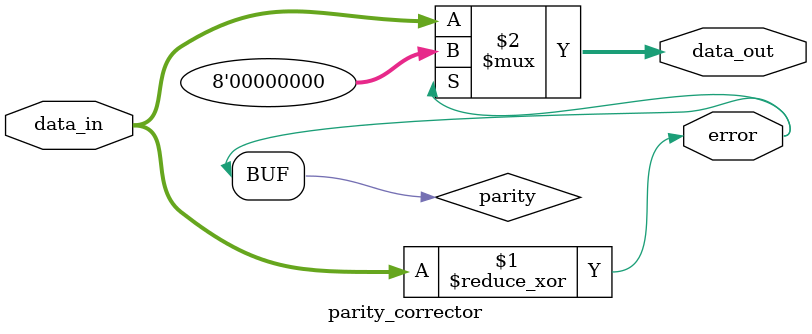
<source format=sv>
module parity_corrector (
    input [7:0] data_in,
    output [7:0] data_out,
    output error
);
    wire parity = ^data_in;
    assign error = parity;
    assign data_out = error ? 8'h00 : data_in;
endmodule
</source>
